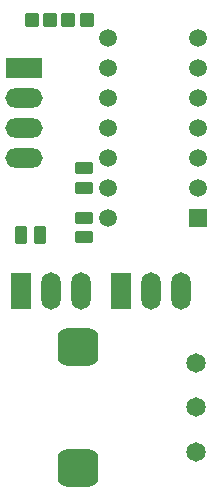
<source format=gts>
G04*
G04 #@! TF.GenerationSoftware,Altium Limited,Altium Designer,21.6.4 (81)*
G04*
G04 Layer_Color=8388736*
%FSLAX25Y25*%
%MOIN*%
G70*
G04*
G04 #@! TF.SameCoordinates,9C5CF058-6E8D-4512-A6E1-B80F84B0311E*
G04*
G04*
G04 #@! TF.FilePolarity,Negative*
G04*
G01*
G75*
G04:AMPARAMS|DCode=19|XSize=61.02mil|YSize=41.34mil|CornerRadius=5.61mil|HoleSize=0mil|Usage=FLASHONLY|Rotation=270.000|XOffset=0mil|YOffset=0mil|HoleType=Round|Shape=RoundedRectangle|*
%AMROUNDEDRECTD19*
21,1,0.06102,0.03012,0,0,270.0*
21,1,0.04980,0.04134,0,0,270.0*
1,1,0.01122,-0.01506,-0.02490*
1,1,0.01122,-0.01506,0.02490*
1,1,0.01122,0.01506,0.02490*
1,1,0.01122,0.01506,-0.02490*
%
%ADD19ROUNDEDRECTD19*%
G04:AMPARAMS|DCode=20|XSize=49.21mil|YSize=45.28mil|CornerRadius=6.89mil|HoleSize=0mil|Usage=FLASHONLY|Rotation=270.000|XOffset=0mil|YOffset=0mil|HoleType=Round|Shape=RoundedRectangle|*
%AMROUNDEDRECTD20*
21,1,0.04921,0.03150,0,0,270.0*
21,1,0.03543,0.04528,0,0,270.0*
1,1,0.01378,-0.01575,-0.01772*
1,1,0.01378,-0.01575,0.01772*
1,1,0.01378,0.01575,0.01772*
1,1,0.01378,0.01575,-0.01772*
%
%ADD20ROUNDEDRECTD20*%
G04:AMPARAMS|DCode=21|XSize=49.21mil|YSize=45.28mil|CornerRadius=5.91mil|HoleSize=0mil|Usage=FLASHONLY|Rotation=90.000|XOffset=0mil|YOffset=0mil|HoleType=Round|Shape=RoundedRectangle|*
%AMROUNDEDRECTD21*
21,1,0.04921,0.03347,0,0,90.0*
21,1,0.03740,0.04528,0,0,90.0*
1,1,0.01181,0.01673,0.01870*
1,1,0.01181,0.01673,-0.01870*
1,1,0.01181,-0.01673,-0.01870*
1,1,0.01181,-0.01673,0.01870*
%
%ADD21ROUNDEDRECTD21*%
G04:AMPARAMS|DCode=22|XSize=61.02mil|YSize=41.34mil|CornerRadius=5.61mil|HoleSize=0mil|Usage=FLASHONLY|Rotation=180.000|XOffset=0mil|YOffset=0mil|HoleType=Round|Shape=RoundedRectangle|*
%AMROUNDEDRECTD22*
21,1,0.06102,0.03012,0,0,180.0*
21,1,0.04980,0.04134,0,0,180.0*
1,1,0.01122,-0.02490,0.01506*
1,1,0.01122,0.02490,0.01506*
1,1,0.01122,0.02490,-0.01506*
1,1,0.01122,-0.02490,-0.01506*
%
%ADD22ROUNDEDRECTD22*%
%ADD23R,0.05900X0.05900*%
%ADD24C,0.05900*%
%ADD25R,0.06528X0.12465*%
%ADD26O,0.06528X0.12465*%
%ADD27O,0.12465X0.06528*%
%ADD28R,0.12465X0.06528*%
%ADD29C,0.06496*%
G04:AMPARAMS|DCode=30|XSize=135.83mil|YSize=127.95mil|CornerRadius=33.47mil|HoleSize=0mil|Usage=FLASHONLY|Rotation=180.000|XOffset=0mil|YOffset=0mil|HoleType=Round|Shape=RoundedRectangle|*
%AMROUNDEDRECTD30*
21,1,0.13583,0.06102,0,0,180.0*
21,1,0.06890,0.12795,0,0,180.0*
1,1,0.06693,-0.03445,0.03051*
1,1,0.06693,0.03445,0.03051*
1,1,0.06693,0.03445,-0.03051*
1,1,0.06693,-0.03445,-0.03051*
%
%ADD30ROUNDEDRECTD30*%
D19*
X15453Y85433D02*
D03*
X8957D02*
D03*
D20*
X18898Y157087D02*
D03*
X12598D02*
D03*
D21*
X24803D02*
D03*
X31102D02*
D03*
D22*
X29921Y91339D02*
D03*
Y84842D02*
D03*
Y101279D02*
D03*
Y107776D02*
D03*
D23*
X68189Y91260D02*
D03*
D24*
Y101260D02*
D03*
Y111260D02*
D03*
Y121260D02*
D03*
Y131260D02*
D03*
Y141260D02*
D03*
Y151260D02*
D03*
X38189D02*
D03*
Y141260D02*
D03*
Y131260D02*
D03*
Y121260D02*
D03*
Y111260D02*
D03*
Y101260D02*
D03*
Y91260D02*
D03*
D25*
X42500Y67000D02*
D03*
X9000D02*
D03*
D26*
X52500D02*
D03*
X62500D02*
D03*
X29000D02*
D03*
X19000D02*
D03*
D27*
X10000Y121335D02*
D03*
Y111335D02*
D03*
Y131335D02*
D03*
D28*
Y141335D02*
D03*
D29*
X67370Y42843D02*
D03*
Y28079D02*
D03*
Y13315D02*
D03*
D30*
X28000Y48158D02*
D03*
Y8000D02*
D03*
M02*

</source>
